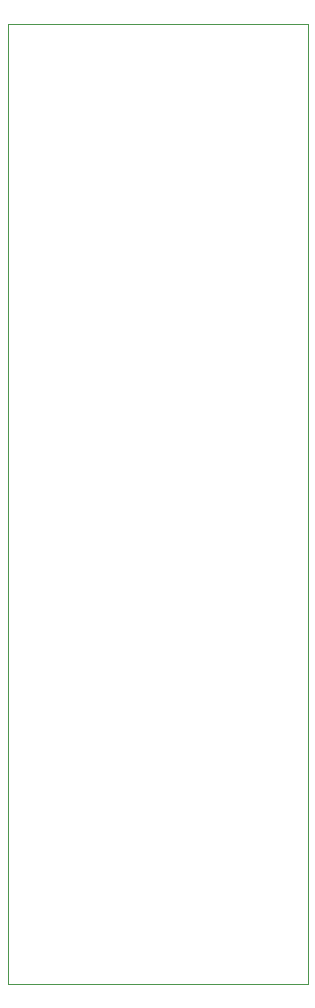
<source format=gm1>
G04 #@! TF.GenerationSoftware,KiCad,Pcbnew,9.0.6*
G04 #@! TF.CreationDate,2026-01-07T14:27:30-06:00*
G04 #@! TF.ProjectId,QFN-60_7x7_P0.4,51464e2d-3630-45f3-9778-375f50302e34,rev?*
G04 #@! TF.SameCoordinates,Original*
G04 #@! TF.FileFunction,Profile,NP*
%FSLAX46Y46*%
G04 Gerber Fmt 4.6, Leading zero omitted, Abs format (unit mm)*
G04 Created by KiCad (PCBNEW 9.0.6) date 2026-01-07 14:27:30*
%MOMM*%
%LPD*%
G01*
G04 APERTURE LIST*
G04 #@! TA.AperFunction,Profile*
%ADD10C,0.050000*%
G04 #@! TD*
G04 APERTURE END LIST*
D10*
X125730000Y-80137000D02*
X151130000Y-80137000D01*
X151130000Y-161417000D01*
X125730000Y-161417000D01*
X125730000Y-80137000D01*
M02*

</source>
